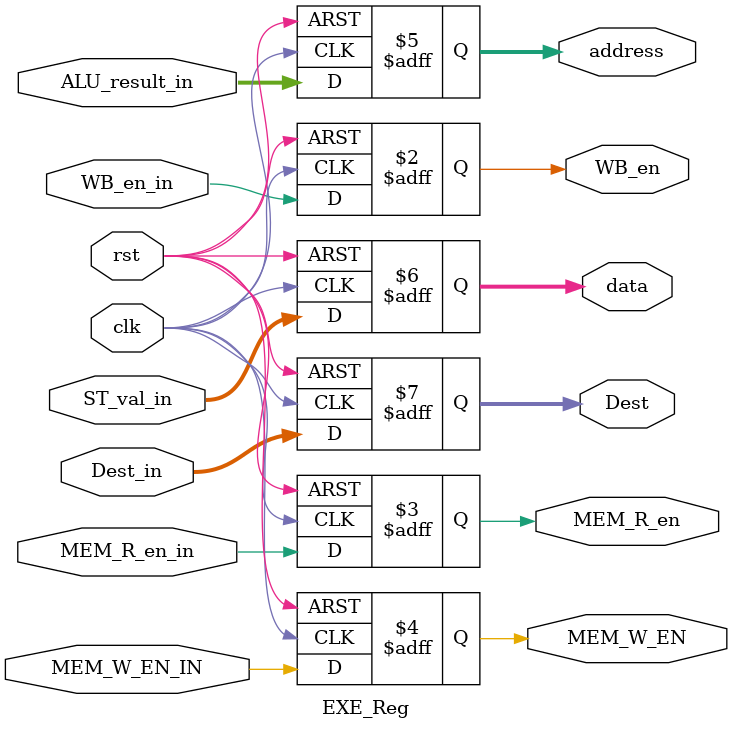
<source format=v>
module EXE_Reg (
    input clk, rst, WB_en_in, MEM_R_en_in, MEM_W_EN_IN, 
    input[31:0] ALU_result_in, ST_val_in,
    input[3:0] Dest_in, 

    output reg WB_en, MEM_R_en, MEM_W_EN,
    output reg[31:0] address, data, 
    output reg[3:0] Dest
);

    always @(posedge clk, posedge rst) begin
        if (rst) begin
            address <= 32'b0; 
            data <= 32'b0;
            Dest <= 4'b0;
            WB_en <= 1'b0; 
            MEM_R_en <= 1'b0; 
            MEM_W_EN <= 1'b0;
        end else begin
            address <= ALU_result_in; 
            data <= ST_val_in;
            Dest <= Dest_in;
            WB_en <= WB_en_in; 
            MEM_R_en <= MEM_R_en_in; 
            MEM_W_EN <= MEM_W_EN_IN;            
        end
    end

endmodule
</source>
